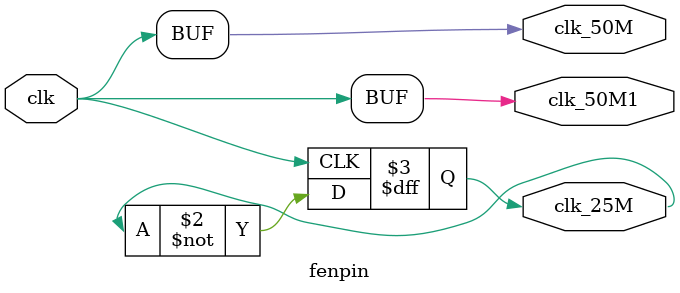
<source format=v>
`timescale 1ns / 1ps
module fenpin(clk,clk_50M,clk_25M,clk_50M1
    );
input clk;
output clk_50M;
output clk_50M1;
output reg clk_25M;

always @(posedge clk)
 clk_25M = ~clk_25M;

assign clk_50M=clk;
assign clk_50M1=clk;

endmodule


</source>
